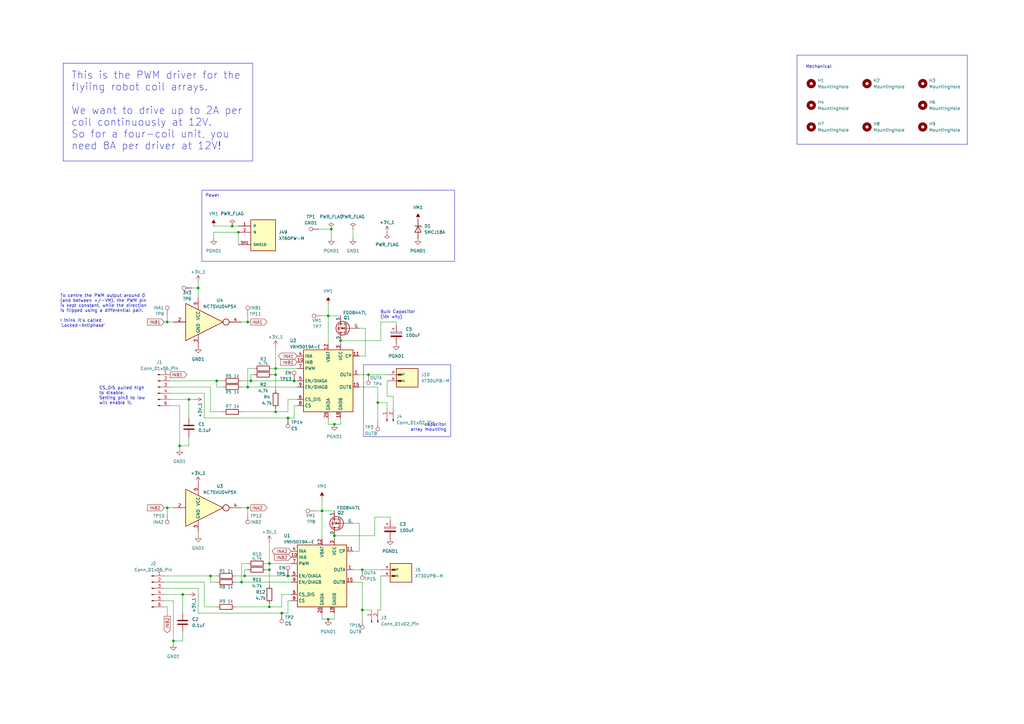
<source format=kicad_sch>
(kicad_sch (version 20250114) (generator "eeschema") (generator_version "9.0")
  (paper "A3")
  (title_block (title "PWM Driver") (date "2026-02-27") (rev "0") (company "Kevin Ying - Lin Lab"))
  (lib_symbols
    (symbol "74xGxx:NC7SVU04P5X"
      (property "Reference" "U" (at -5.08 10.16 0))
      (property "Value" "NC7SVU04P5X" (at 15.24 10.16 0))
      (symbol "NC7SVU04P5X_0_1"
        (polyline (pts (xy -5.08 7.62) (xy -5.08 -7.62) (xy 10.16 0) (xy -5.08 7.62)) (stroke (width 0.254)) (fill (type background)))
        (circle (center 11.43 0) (radius 1.27) (stroke (width 0.254)))
      )
      (symbol "NC7SVU04P5X_1_1"
        (pin input line (at -10.16 0 0) (length 5.08) (name "~") (number "2"))
        (pin power_in line (at 0 10.16 270) (length 5.08) (name "VCC") (number "5"))
        (pin power_in line (at 0 -10.16 90) (length 5.08) (name "GND") (number "3"))
        (pin no_connect line (at 10.16 0 180) (length 5.08) (hide yes) (name "NC") (number "1"))
        (pin output line (at 17.78 0 180) (length 5.08) (name "~") (number "4"))
      )
    )
    (symbol "Connector:Conn_01x02_Pin" (pin_names (offset 1.016) (hide yes))
      (property "Reference" "J" (at 0 2.54 0))
      (property "Value" "Conn_01x02_Pin" (at 0 -5.08 0))
      (symbol "Conn_01x02_Pin_1_1"
        (rectangle (start 0.8636 0.127) (end 0 -0.127) (stroke (width 0.1524)) (fill (type outline)))
        (rectangle (start 0.8636 -2.413) (end 0 -2.667) (stroke (width 0.1524)) (fill (type outline)))
        (polyline (pts (xy 1.27 0) (xy 0.8636 0)) (stroke (width 0.1524)))
        (polyline (pts (xy 1.27 -2.54) (xy 0.8636 -2.54)) (stroke (width 0.1524)))
        (pin passive line (at 5.08 0 180) (length 3.81) (name "Pin_1") (number "1"))
        (pin passive line (at 5.08 -2.54 180) (length 3.81) (name "Pin_2") (number "2"))
      )
    )
    (symbol "Connector:Conn_01x06_Pin" (pin_names (offset 1.016) (hide yes))
      (property "Reference" "J" (at 0 7.62 0))
      (property "Value" "Conn_01x06_Pin" (at 0 -10.16 0))
      (symbol "Conn_01x06_Pin_1_1"
        (rectangle (start 0.8636 5.207) (end 0 4.953) (stroke (width 0.1524)) (fill (type outline)))
        (rectangle (start 0.8636 2.667) (end 0 2.413) (stroke (width 0.1524)) (fill (type outline)))
        (rectangle (start 0.8636 0.127) (end 0 -0.127) (stroke (width 0.1524)) (fill (type outline)))
        (rectangle (start 0.8636 -2.413) (end 0 -2.667) (stroke (width 0.1524)) (fill (type outline)))
        (rectangle (start 0.8636 -4.953) (end 0 -5.207) (stroke (width 0.1524)) (fill (type outline)))
        (rectangle (start 0.8636 -7.493) (end 0 -7.747) (stroke (width 0.1524)) (fill (type outline)))
        (polyline (pts (xy 1.27 5.08) (xy 0.8636 5.08)) (stroke (width 0.1524)))
        (polyline (pts (xy 1.27 2.54) (xy 0.8636 2.54)) (stroke (width 0.1524)))
        (polyline (pts (xy 1.27 0) (xy 0.8636 0)) (stroke (width 0.1524)))
        (polyline (pts (xy 1.27 -2.54) (xy 0.8636 -2.54)) (stroke (width 0.1524)))
        (polyline (pts (xy 1.27 -5.08) (xy 0.8636 -5.08)) (stroke (width 0.1524)))
        (polyline (pts (xy 1.27 -7.62) (xy 0.8636 -7.62)) (stroke (width 0.1524)))
        (pin passive line (at 5.08 5.08 180) (length 3.81) (name "Pin_1") (number "1"))
        (pin passive line (at 5.08 2.54 180) (length 3.81) (name "Pin_2") (number "2"))
        (pin passive line (at 5.08 0 180) (length 3.81) (name "Pin_3") (number "3"))
        (pin passive line (at 5.08 -2.54 180) (length 3.81) (name "Pin_4") (number "4"))
        (pin passive line (at 5.08 -5.08 180) (length 3.81) (name "Pin_5") (number "5"))
        (pin passive line (at 5.08 -7.62 180) (length 3.81) (name "Pin_6") (number "6"))
      )
    )
    (symbol "Connector:TestPoint" (pin_numbers (hide yes)) (pin_names (offset 0.762) (hide yes))
      (property "Reference" "TP" (at 0 6.858 0))
      (property "Value" "TestPoint" (at 0 5.08 0))
      (symbol "TestPoint_0_1"
        (circle (center 0 3.302) (radius 0.762))
      )
      (symbol "TestPoint_1_1"
        (pin passive line (at 0 0 90) (length 2.54) (name "1") (number "1"))
      )
    )
    (symbol "Device:C" (pin_numbers (hide yes)) (pin_names (offset 0.254))
      (property "Reference" "C" (at 0.635 2.54 0))
      (property "Value" "C" (at 0.635 -2.54 0))
      (symbol "C_0_1"
        (polyline (pts (xy -2.032 0.762) (xy 2.032 0.762)) (stroke (width 0.508)))
        (polyline (pts (xy -2.032 -0.762) (xy 2.032 -0.762)) (stroke (width 0.508)))
      )
      (symbol "C_1_1"
        (pin passive line (at 0 3.81 270) (length 2.794) (name "~") (number "1"))
        (pin passive line (at 0 -3.81 90) (length 2.794) (name "~") (number "2"))
      )
    )
    (symbol "Device:C_Polarized" (pin_numbers (hide yes)) (pin_names (offset 0.254))
      (property "Reference" "C" (at 0.635 2.54 0))
      (property "Value" "C_Polarized" (at 0.635 -2.54 0))
      (symbol "C_Polarized_0_1"
        (rectangle (start -2.286 0.508) (end 2.286 1.016))
        (polyline (pts (xy -1.778 2.286) (xy -0.762 2.286)))
        (polyline (pts (xy -1.27 2.794) (xy -1.27 1.778)))
        (rectangle (start 2.286 -0.508) (end -2.286 -1.016) (fill (type outline)))
      )
      (symbol "C_Polarized_1_1"
        (pin passive line (at 0 3.81 270) (length 2.794) (name "~") (number "1"))
        (pin passive line (at 0 -3.81 90) (length 2.794) (name "~") (number "2"))
      )
    )
    (symbol "Device:D_Zener" (pin_numbers (hide yes)) (pin_names (offset 1.016) (hide yes))
      (property "Reference" "D" (at 0 2.54 0))
      (property "Value" "D_Zener" (at 0 -2.54 0))
      (symbol "D_Zener_0_1"
        (polyline (pts (xy -1.27 -1.27) (xy -1.27 1.27) (xy -0.762 1.27)) (stroke (width 0.254)))
        (polyline (pts (xy 1.27 0) (xy -1.27 0)))
        (polyline (pts (xy 1.27 -1.27) (xy 1.27 1.27) (xy -1.27 0) (xy 1.27 -1.27)) (stroke (width 0.254)))
      )
      (symbol "D_Zener_1_1"
        (pin passive line (at -3.81 0 0) (length 2.54) (name "K") (number "1"))
        (pin passive line (at 3.81 0 180) (length 2.54) (name "A") (number "2"))
      )
    )
    (symbol "Device:R" (pin_numbers (hide yes)) (pin_names (offset 0))
      (property "Reference" "R" (at 2.032 0 90))
      (property "Value" "R" (at 0 0 90))
      (symbol "R_0_1"
        (rectangle (start -1.016 -2.54) (end 1.016 2.54) (stroke (width 0.254)))
      )
      (symbol "R_1_1"
        (pin passive line (at 0 3.81 270) (length 1.27) (name "~") (number "1"))
        (pin passive line (at 0 -3.81 90) (length 1.27) (name "~") (number "2"))
      )
    )
    (symbol "Driver_Motor:VNH5019A-E"
      (property "Reference" "U" (at -7.62 13.97 0))
      (property "Value" "VNH5019A-E" (at 12.7 13.97 0))
      (symbol "VNH5019A-E_0_1"
        (rectangle (start -10.16 12.7) (end 10.16 -12.7) (stroke (width 0.254)) (fill (type background)))
      )
      (symbol "VNH5019A-E_1_1"
        (pin input line (at -12.7 10.16 0) (length 2.54) (name "INA") (number "4"))
        (pin input line (at -12.7 7.62 0) (length 2.54) (name "INB") (number "10"))
        (pin input line (at -12.7 5.08 0) (length 2.54) (name "PWM") (number "7"))
        (pin open_collector line (at -12.7 0 0) (length 2.54) (name "EN/DIAGA") (number "5"))
        (pin open_collector line (at -12.7 -2.54 0) (length 2.54) (name "EN/DIAGB") (number "9"))
        (pin input line (at -12.7 -7.62 0) (length 2.54) (name "CS_DIS") (number "6"))
        (pin output line (at -12.7 -10.16 0) (length 2.54) (name "CS") (number "8"))
        (pin power_in line (at 0 15.24 270) (length 2.54) (name "VBAT") (number "12"))
        (pin power_in line (at 0 -15.24 90) (length 2.54) (name "GNDA") (number "26"))
        (pin passive line (at 0 -15.24 90) (length 2.54) (hide yes) (name "GNDA") (number "27"))
        (pin passive line (at 0 -15.24 90) (length 2.54) (hide yes) (name "GNDA") (number "28"))
        (pin passive line (at 5.08 15.24 270) (length 2.54) (hide yes) (name "VCC") (number "13"))
        (pin passive line (at 5.08 15.24 270) (length 2.54) (hide yes) (name "VCC") (number "23"))
        (pin power_in line (at 5.08 15.24 270) (length 2.54) (name "VCC") (number "3"))
        (pin passive line (at 5.08 15.24 270) (length 2.54) (hide yes) (name "VCC") (number "31"))
        (pin power_in line (at 5.08 -15.24 90) (length 2.54) (name "GNDB") (number "18"))
        (pin passive line (at 5.08 -15.24 90) (length 2.54) (hide yes) (name "GNDB") (number "19"))
        (pin passive line (at 5.08 -15.24 90) (length 2.54) (hide yes) (name "GNDB") (number "20"))
        (pin no_connect line (at 10.16 7.62 180) (length 2.54) (hide yes) (name "NC") (number "29"))
        (pin no_connect line (at 10.16 5.08 180) (length 2.54) (hide yes) (name "NC") (number "24"))
        (pin no_connect line (at 10.16 0 180) (length 2.54) (hide yes) (name "NC") (number "22"))
        (pin no_connect line (at 10.16 -5.08 180) (length 2.54) (hide yes) (name "NC") (number "17"))
        (pin no_connect line (at 10.16 -7.62 180) (length 2.54) (hide yes) (name "NC") (number "2"))
        (pin no_connect line (at 10.16 -10.16 180) (length 2.54) (hide yes) (name "NC") (number "14"))
        (pin output line (at 12.7 10.16 180) (length 2.54) (name "CP") (number "11"))
        (pin output line (at 12.7 2.54 180) (length 2.54) (name "OUTA") (number "1"))
        (pin passive line (at 12.7 2.54 180) (length 2.54) (hide yes) (name "OUTA") (number "25"))
        (pin passive line (at 12.7 2.54 180) (length 2.54) (hide yes) (name "OUTA") (number "30"))
        (pin passive line (at 12.7 2.54 180) (length 2.54) (hide yes) (name "OUTA") (number "33"))
        (pin output line (at 12.7 -2.54 180) (length 2.54) (name "OUTB") (number "15"))
        (pin passive line (at 12.7 -2.54 180) (length 2.54) (hide yes) (name "OUTB") (number "16"))
        (pin passive line (at 12.7 -2.54 180) (length 2.54) (hide yes) (name "OUTB") (number "21"))
        (pin passive line (at 12.7 -2.54 180) (length 2.54) (hide yes) (name "OUTB") (number "32"))
      )
    )
    (symbol "Mechanical:MountingHole" (pin_names (offset 1.016)) (in_bom no)
      (property "Reference" "H" (at 0 5.08 0))
      (property "Value" "MountingHole" (at 0 3.175 0))
      (symbol "MountingHole_0_1"
        (circle (center 0 0) (radius 1.27) (stroke (width 1.27)))
      )
    )
    (symbol "NMOS_1" (pin_numbers (hide yes)) (pin_names (offset 0))
      (property "Reference" "Q1" (at 0 -4.318 0))
      (property "Value" "FDD8447L" (at -3.302 -6.35 0))
      (symbol "NMOS_1_0_1"
        (polyline (pts (xy 0.254 1.905) (xy 0.254 -1.905)) (stroke (width 0.254)))
        (polyline (pts (xy 0.254 0) (xy -2.54 0)))
        (polyline (pts (xy 0.762 2.286) (xy 0.762 1.27)) (stroke (width 0.254)))
        (polyline (pts (xy 0.762 0.508) (xy 0.762 -0.508)) (stroke (width 0.254)))
        (polyline (pts (xy 0.762 -1.27) (xy 0.762 -2.286)) (stroke (width 0.254)))
        (polyline (pts (xy 0.762 -1.778) (xy 3.302 -1.778) (xy 3.302 1.778) (xy 0.762 1.778)))
        (polyline (pts (xy 1.016 0) (xy 2.032 0.381) (xy 2.032 -0.381) (xy 1.016 0)) (fill (type outline)))
        (circle (center 1.651 0) (radius 2.794) (stroke (width 0.254)))
        (polyline (pts (xy 2.54 2.54) (xy 2.54 1.778)))
        (circle (center 2.54 1.778) (radius 0.254) (fill (type outline)))
        (circle (center 2.54 -1.778) (radius 0.254) (fill (type outline)))
        (polyline (pts (xy 2.54 -2.54) (xy 2.54 0) (xy 0.762 0)))
        (polyline (pts (xy 2.794 0.508) (xy 2.921 0.381) (xy 3.683 0.381) (xy 3.81 0.254)))
        (polyline (pts (xy 3.302 0.381) (xy 2.921 -0.254) (xy 3.683 -0.254) (xy 3.302 0.381)))
      )
      (symbol "NMOS_1_1_1"
        (pin input line (at -5.08 0 0) (length 2.54) (name "G") (number "1"))
        (pin passive line (at 2.54 5.08 270) (length 2.54) (name "D") (number "2"))
        (pin passive line (at 2.54 -5.08 90) (length 2.54) (name "S") (number "3"))
      )
    )
    (symbol "XT30UPB-M:XT30UPB-M" (pin_names (offset 1.016))
      (property "Reference" "J" (at -3.81 3.81 0))
      (property "Value" "XT30UPB-M" (at -4.064 -7.874 0))
      (symbol "XT30UPB-M_0_0"
        (rectangle (start -3.81 -5.08) (end 5.08 2.54) (stroke (width 0.254)) (fill (type background)))
        (rectangle (start -3.175 -0.3175) (end -1.5875 0.3175) (stroke (width 0.1)) (fill (type outline)))
        (rectangle (start -3.175 -2.8575) (end -1.5875 -2.2225) (stroke (width 0.1)) (fill (type outline)))
        (pin passive line (at -7.62 0 0) (length 5.08) (name "P") (number "P"))
        (pin passive line (at -7.62 -2.54 0) (length 5.08) (name "N") (number "N"))
      )
    )
    (symbol "XT60PW-M:XT60PW-M" (pin_names (offset 1.016))
      (property "Reference" "J" (at -5.08 5.7234 0))
      (property "Value" "XT60PW-M" (at -5.08 -10.1723 0))
      (symbol "XT60PW-M_0_0"
        (rectangle (start -5.08 -7.62) (end 5.08 5.08) (stroke (width 0.254)) (fill (type background)))
        (pin passive line (at -10.16 2.54 0) (length 5.08) (name "P") (number "1"))
        (pin passive line (at -10.16 0 0) (length 5.08) (name "N") (number "2"))
        (pin passive line (at -10.16 -5.08 0) (length 5.08) (name "SHIELD") (number "SH1"))
        (pin passive line (at -10.16 -5.08 0) (length 5.08) (hide yes) (name "SHIELD") (number "SH2"))
      )
    )
    (symbol "power:+3V3" (power) (pin_numbers (hide yes)) (pin_names (offset 0) (hide yes))
      (property "Value" "+3V3" (at 0 3.556 0))
      (symbol "+3V3_0_1"
        (polyline (pts (xy -0.762 1.27) (xy 0 2.54)))
        (polyline (pts (xy 0 2.54) (xy 0.762 1.27)))
        (polyline (pts (xy 0 0) (xy 0 2.54)))
      )
      (symbol "+3V3_1_1"
        (pin power_in line (at 0 0 90) (length 0) (name "~") (number "1"))
      )
    )
    (symbol "power:-48V" (power) (pin_numbers (hide yes)) (pin_names (offset 0) (hide yes))
      (property "Value" "-48V" (at 0 3.556 0))
      (symbol "-48V_0_0"
        (pin power_in line (at 0 0 90) (length 0) (name "~") (number "1"))
      )
      (symbol "-48V_0_1"
        (polyline (pts (xy 0 0) (xy 0 1.27) (xy 0.762 1.27) (xy 0 2.54) (xy -0.762 1.27) (xy 0 1.27)) (fill (type outline)))
      )
    )
    (symbol "power:GND" (power) (pin_numbers (hide yes)) (pin_names (offset 0) (hide yes))
      (property "Value" "GND" (at 0 -3.81 0))
      (symbol "GND_0_1"
        (polyline (pts (xy 0 0) (xy 0 -1.27) (xy 1.27 -1.27) (xy 0 -2.54) (xy -1.27 -1.27) (xy 0 -1.27)))
      )
      (symbol "GND_1_1"
        (pin power_in line (at 0 0 270) (length 0) (name "~") (number "1"))
      )
    )
    (symbol "power:PWR_FLAG" (power) (pin_numbers (hide yes)) (pin_names (offset 0) (hide yes))
      (property "Value" "PWR_FLAG" (at 0 3.81 0))
      (symbol "PWR_FLAG_0_0"
        (pin power_out line (at 0 0 90) (length 0) (name "~") (number "1"))
      )
      (symbol "PWR_FLAG_0_1"
        (polyline (pts (xy 0 0) (xy 0 1.27) (xy -1.016 1.905) (xy 0 2.54) (xy 1.016 1.905) (xy 0 1.27)))
      )
    )
  )
  (rectangle (start 25.908 25.908) (end 103.632 66.04))
  (rectangle (start 149.098 149.606) (end 184.912 179.07))
  (rectangle (start 82.804 77.978) (end 186.436 107.188))
  (rectangle (start 326.898 22.606) (end 396.748 59.182))
  (text "CS_DIS pulled high \nto disable. \nSetting pin3 to low \nwill enable it." (at 40.64 162.306 0) (effects (font (size 1.27 1.27)) (justify left)))
  (text "Bulk Capacitor\n(idk why)" (at 155.956 129.032 0) (effects (font (size 1.27 1.27)) (justify left)))
  (text "To centre the PWM output around 0 \n(and between +/-VM), the PWM pin \nis kept constant, while the direction \nis flipped using a differential pair.\n\nI think it's called \n'Locked-Antiphase'" (at 24.638 127.508 0) (effects (font (size 1.27 1.27)) (justify left)))
  (text "Power" (at 87.122 80.264 0) (effects (font (size 1.27 1.27))))
  (text "capacitor\narray mounting" (at 183.134 175.26 0) (effects (font (size 1.27 1.27)) (justify right)))
  (text "Mechanical" (at 335.788 27.432 0) (effects (font (size 1.27 1.27))))
  (text "This is the PWM driver for the \nflyiing robot coil arrays.\n\nWe want to drive up to 2A per \ncoil continuously at 12V.\nSo for a four-coil unit, you \nneed 8A per driver at 12V!" (at 29.21 45.466 0) (effects (font (size 3 3)) (justify left)))
  (junction (at 139.7 139.7))
  (junction (at 74.93 243.84))
  (junction (at 100.33 236.22))
  (junction (at 97.79 95.25))
  (junction (at 73.66 182.88))
  (junction (at 137.16 173.99))
  (junction (at 95.25 92.71))
  (junction (at 101.6 132.08))
  (junction (at 120.65 156.21))
  (junction (at 115.57 251.46))
  (junction (at 134.62 254))
  (junction (at 101.6 158.75))
  (junction (at 68.58 132.08))
  (junction (at 110.49 248.92))
  (junction (at 71.12 262.89))
  (junction (at 77.47 163.83))
  (junction (at 118.11 171.45))
  (junction (at 68.58 208.28))
  (junction (at 113.03 151.13))
  (junction (at 99.06 238.76))
  (junction (at 132.08 209.55))
  (junction (at 148.59 233.68))
  (junction (at 81.28 118.11))
  (junction (at 151.13 153.67))
  (junction (at 113.03 153.67))
  (junction (at 110.49 233.68))
  (junction (at 135.89 93.98))
  (junction (at 137.16 219.71))
  (junction (at 86.36 236.22))
  (junction (at 118.11 236.22))
  (junction (at 110.49 231.14))
  (junction (at 113.03 168.91))
  (junction (at 101.6 208.28))
  (junction (at 148.59 250.19))
  (junction (at 154.94 165.1))
  (junction (at 102.87 156.21))
  (junction (at 88.9 156.21))
  (junction (at 134.62 129.54))
  (wire (pts (xy 158.75 165.1) (xy 154.94 165.1)))
  (wire (pts (xy 99.06 231.14) (xy 99.06 238.76)))
  (wire (pts (xy 100.33 236.22) (xy 118.11 236.22)))
  (wire (pts (xy 87.63 97.79) (xy 87.63 95.25)))
  (wire (pts (xy 69.85 163.83) (xy 77.47 163.83)))
  (wire (pts (xy 160.02 212.09) (xy 160.02 213.36)))
  (wire (pts (xy 120.65 156.21) (xy 121.92 156.21)))
  (wire (pts (xy 111.76 153.67) (xy 113.03 153.67)))
  (wire (pts (xy 101.6 208.28) (xy 99.06 208.28)))
  (wire (pts (xy 68.58 208.28) (xy 68.58 210.82)))
  (wire (pts (xy 81.28 219.71) (xy 81.28 218.44)))
  (wire (pts (xy 91.44 158.75) (xy 88.9 158.75)))
  (wire (pts (xy 113.03 153.67) (xy 113.03 151.13)))
  (wire (pts (xy 109.22 231.14) (xy 110.49 231.14)))
  (wire (pts (xy 104.14 151.13) (xy 101.6 151.13)))
  (wire (pts (xy 77.47 163.83) (xy 77.47 171.45)))
  (wire (pts (xy 77.47 163.83) (xy 80.01 163.83)))
  (wire (pts (xy 137.16 219.71) (xy 137.16 220.98)))
  (wire (pts (xy 96.52 238.76) (xy 99.06 238.76)))
  (wire (pts (xy 158.75 167.64) (xy 158.75 165.1)))
  (wire (pts (xy 101.6 231.14) (xy 99.06 231.14)))
  (wire (pts (xy 67.31 243.84) (xy 74.93 243.84)))
  (wire (pts (xy 99.06 156.21) (xy 102.87 156.21)))
  (wire (pts (xy 68.58 248.92) (xy 68.58 252.73)))
  (wire (pts (xy 139.7 139.7) (xy 156.21 139.7)))
  (wire (pts (xy 118.11 251.46) (xy 115.57 251.46)))
  (wire (pts (xy 147.32 226.06) (xy 144.78 226.06)))
  (wire (pts (xy 156.21 139.7) (xy 156.21 132.08)))
  (wire (pts (xy 162.56 132.08) (xy 162.56 133.35)))
  (wire (pts (xy 134.62 171.45) (xy 134.62 173.99)))
  (wire (pts (xy 71.12 262.89) (xy 71.12 264.16)))
  (wire (pts (xy 96.52 236.22) (xy 100.33 236.22)))
  (wire (pts (xy 100.33 233.68) (xy 101.6 233.68)))
  (wire (pts (xy 91.44 156.21) (xy 88.9 156.21)))
  (wire (pts (xy 144.78 233.68) (xy 148.59 233.68)))
  (wire (pts (xy 67.31 208.28) (xy 68.58 208.28)))
  (wire (pts (xy 74.93 262.89) (xy 71.12 262.89)))
  (wire (pts (xy 121.92 163.83) (xy 118.11 163.83)))
  (wire (pts (xy 115.57 251.46) (xy 81.28 251.46)))
  (wire (pts (xy 118.11 246.38) (xy 118.11 251.46)))
  (wire (pts (xy 68.58 208.28) (xy 71.12 208.28)))
  (wire (pts (xy 74.93 243.84) (xy 77.47 243.84)))
  (wire (pts (xy 148.59 233.68) (xy 156.21 233.68)))
  (wire (pts (xy 71.12 246.38) (xy 71.12 262.89)))
  (wire (pts (xy 132.08 254) (xy 134.62 254)))
  (wire (pts (xy 135.89 97.79) (xy 135.89 93.98)))
  (wire (pts (xy 134.62 129.54) (xy 134.62 140.97)))
  (wire (pts (xy 99.06 168.91) (xy 113.03 168.91)))
  (wire (pts (xy 115.57 248.92) (xy 110.49 248.92)))
  (wire (pts (xy 147.32 153.67) (xy 151.13 153.67)))
  (wire (pts (xy 148.59 250.19) (xy 148.59 254)))
  (wire (pts (xy 88.9 238.76) (xy 86.36 238.76)))
  (wire (pts (xy 132.08 209.55) (xy 137.16 209.55)))
  (wire (pts (xy 149.86 146.05) (xy 147.32 146.05)))
  (wire (pts (xy 67.31 236.22) (xy 86.36 236.22)))
  (wire (pts (xy 77.47 182.88) (xy 73.66 182.88)))
  (wire (pts (xy 69.85 156.21) (xy 88.9 156.21)))
  (wire (pts (xy 86.36 158.75) (xy 86.36 168.91)))
  (wire (pts (xy 147.32 214.63) (xy 147.32 226.06)))
  (wire (pts (xy 113.03 153.67) (xy 113.03 160.02)))
  (wire (pts (xy 69.85 166.37) (xy 73.66 166.37)))
  (wire (pts (xy 78.74 118.11) (xy 81.28 118.11)))
  (wire (pts (xy 83.82 161.29) (xy 83.82 171.45)))
  (wire (pts (xy 73.66 182.88) (xy 73.66 184.15)))
  (wire (pts (xy 73.66 166.37) (xy 73.66 182.88)))
  (wire (pts (xy 102.87 153.67) (xy 104.14 153.67)))
  (wire (pts (xy 149.86 134.62) (xy 149.86 146.05)))
  (wire (pts (xy 101.6 129.54) (xy 101.6 132.08)))
  (wire (pts (xy 137.16 251.46) (xy 137.16 254)))
  (wire (pts (xy 132.08 251.46) (xy 132.08 254)))
  (wire (pts (xy 68.58 132.08) (xy 71.12 132.08)))
  (wire (pts (xy 153.67 212.09) (xy 160.02 212.09)))
  (wire (pts (xy 87.63 95.25) (xy 97.79 95.25)))
  (wire (pts (xy 74.93 243.84) (xy 74.93 251.46)))
  (wire (pts (xy 110.49 248.92) (xy 110.49 247.65)))
  (wire (pts (xy 101.6 151.13) (xy 101.6 158.75)))
  (wire (pts (xy 110.49 233.68) (xy 110.49 231.14)))
  (wire (pts (xy 132.08 129.54) (xy 134.62 129.54)))
  (wire (pts (xy 109.22 233.68) (xy 110.49 233.68)))
  (wire (pts (xy 119.38 243.84) (xy 115.57 243.84)))
  (wire (pts (xy 113.03 151.13) (xy 113.03 142.24)))
  (wire (pts (xy 67.31 248.92) (xy 68.58 248.92)))
  (wire (pts (xy 134.62 129.54) (xy 139.7 129.54)))
  (wire (pts (xy 147.32 158.75) (xy 154.94 158.75)))
  (wire (pts (xy 101.6 208.28) (xy 101.6 210.82)))
  (wire (pts (xy 144.78 238.76) (xy 148.59 238.76)))
  (wire (pts (xy 144.78 214.63) (xy 147.32 214.63)))
  (wire (pts (xy 120.65 166.37) (xy 120.65 171.45)))
  (wire (pts (xy 129.54 209.55) (xy 132.08 209.55)))
  (wire (pts (xy 151.13 153.67) (xy 158.75 153.67)))
  (wire (pts (xy 99.06 158.75) (xy 101.6 158.75)))
  (wire (pts (xy 161.29 162.56) (xy 161.29 167.64)))
  (wire (pts (xy 118.11 236.22) (xy 119.38 236.22)))
  (wire (pts (xy 102.87 156.21) (xy 120.65 156.21)))
  (wire (pts (xy 137.16 219.71) (xy 153.67 219.71)))
  (wire (pts (xy 67.31 246.38) (xy 71.12 246.38)))
  (wire (pts (xy 156.21 250.19) (xy 154.94 250.19)))
  (wire (pts (xy 134.62 254) (xy 137.16 254)))
  (wire (pts (xy 158.75 162.56) (xy 161.29 162.56)))
  (wire (pts (xy 154.94 165.1) (xy 154.94 172.72)))
  (wire (pts (xy 86.36 168.91) (xy 91.44 168.91)))
  (wire (pts (xy 87.63 92.71) (xy 95.25 92.71)))
  (wire (pts (xy 74.93 259.08) (xy 74.93 262.89)))
  (wire (pts (xy 156.21 132.08) (xy 162.56 132.08)))
  (wire (pts (xy 101.6 132.08) (xy 99.06 132.08)))
  (wire (pts (xy 132.08 209.55) (xy 132.08 220.98)))
  (wire (pts (xy 139.7 171.45) (xy 139.7 173.99)))
  (wire (pts (xy 83.82 161.29) (xy 69.85 161.29)))
  (wire (pts (xy 81.28 115.57) (xy 81.28 118.11)))
  (wire (pts (xy 110.49 233.68) (xy 110.49 240.03)))
  (wire (pts (xy 102.87 208.28) (xy 101.6 208.28)))
  (wire (pts (xy 81.28 241.3) (xy 81.28 251.46)))
  (wire (pts (xy 115.57 243.84) (xy 115.57 248.92)))
  (wire (pts (xy 102.87 132.08) (xy 101.6 132.08)))
  (wire (pts (xy 102.87 153.67) (xy 102.87 156.21)))
  (wire (pts (xy 68.58 129.54) (xy 68.58 132.08)))
  (wire (pts (xy 144.78 93.98) (xy 144.78 97.79)))
  (wire (pts (xy 132.08 204.47) (xy 132.08 209.55)))
  (wire (pts (xy 139.7 139.7) (xy 139.7 140.97)))
  (wire (pts (xy 83.82 238.76) (xy 83.82 248.92)))
  (wire (pts (xy 148.59 250.19) (xy 152.4 250.19)))
  (wire (pts (xy 118.11 163.83) (xy 118.11 168.91)))
  (wire (pts (xy 81.28 241.3) (xy 67.31 241.3)))
  (wire (pts (xy 148.59 238.76) (xy 148.59 250.19)))
  (wire (pts (xy 147.32 134.62) (xy 149.86 134.62)))
  (wire (pts (xy 67.31 238.76) (xy 83.82 238.76)))
  (wire (pts (xy 118.11 171.45) (xy 83.82 171.45)))
  (wire (pts (xy 101.6 158.75) (xy 121.92 158.75)))
  (wire (pts (xy 130.81 93.98) (xy 135.89 93.98)))
  (wire (pts (xy 134.62 173.99) (xy 137.16 173.99)))
  (wire (pts (xy 134.62 124.46) (xy 134.62 129.54)))
  (wire (pts (xy 120.65 166.37) (xy 121.92 166.37)))
  (wire (pts (xy 111.76 151.13) (xy 113.03 151.13)))
  (wire (pts (xy 95.25 92.71) (xy 97.79 92.71)))
  (wire (pts (xy 118.11 246.38) (xy 119.38 246.38)))
  (wire (pts (xy 67.31 132.08) (xy 68.58 132.08)))
  (wire (pts (xy 156.21 236.22) (xy 156.21 250.19)))
  (wire (pts (xy 118.11 168.91) (xy 113.03 168.91)))
  (wire (pts (xy 88.9 158.75) (xy 88.9 156.21)))
  (wire (pts (xy 110.49 231.14) (xy 119.38 231.14)))
  (wire (pts (xy 81.28 118.11) (xy 81.28 121.92)))
  (wire (pts (xy 77.47 179.07) (xy 77.47 182.88)))
  (wire (pts (xy 69.85 158.75) (xy 86.36 158.75)))
  (wire (pts (xy 158.75 156.21) (xy 158.75 162.56)))
  (wire (pts (xy 83.82 248.92) (xy 88.9 248.92)))
  (wire (pts (xy 137.16 173.99) (xy 139.7 173.99)))
  (wire (pts (xy 88.9 236.22) (xy 86.36 236.22)))
  (wire (pts (xy 86.36 238.76) (xy 86.36 236.22)))
  (wire (pts (xy 110.49 231.14) (xy 110.49 222.25)))
  (wire (pts (xy 97.79 95.25) (xy 97.79 100.33)))
  (wire (pts (xy 99.06 238.76) (xy 119.38 238.76)))
  (wire (pts (xy 153.67 219.71) (xy 153.67 212.09)))
  (wire (pts (xy 113.03 168.91) (xy 113.03 167.64)))
  (wire (pts (xy 96.52 248.92) (xy 110.49 248.92)))
  (wire (pts (xy 113.03 151.13) (xy 121.92 151.13)))
  (wire (pts (xy 120.65 171.45) (xy 118.11 171.45)))
  (wire (pts (xy 154.94 158.75) (xy 154.94 165.1)))
  (wire (pts (xy 100.33 233.68) (xy 100.33 236.22)))
  (global_label "INA2" (shape bidirectional) (at 119.38 226.06 180) (property "Intersheetrefs" "${INTERSHEET_REFS}" (effects (hide yes))))
  (global_label "INB2" (shape input) (at 119.38 228.6 180) (property "Intersheetrefs" "${INTERSHEET_REFS}" (effects (hide yes))))
  (global_label "INA1" (shape bidirectional) (at 121.92 146.05 180) (property "Intersheetrefs" "${INTERSHEET_REFS}" (effects (hide yes))))
  (global_label "INB1" (shape input) (at 67.31 132.08 180) (property "Intersheetrefs" "${INTERSHEET_REFS}" (effects (hide yes))))
  (global_label "INB1" (shape input) (at 121.92 148.59 180) (property "Intersheetrefs" "${INTERSHEET_REFS}" (effects (hide yes))))
  (global_label "INB2" (shape input) (at 67.31 208.28 180) (property "Intersheetrefs" "${INTERSHEET_REFS}" (effects (hide yes))))
  (global_label "INA1" (shape output) (at 102.87 132.08 0) (property "Intersheetrefs" "${INTERSHEET_REFS}" (effects (hide yes))))
  (global_label "INB1" (shape output) (at 69.85 153.67 0) (property "Intersheetrefs" "${INTERSHEET_REFS}" (effects (hide yes))))
  (global_label "INA2" (shape output) (at 102.87 208.28 0) (property "Intersheetrefs" "${INTERSHEET_REFS}" (effects (hide yes))))
  (global_label "INB2" (shape output) (at 68.58 252.73 270) (property "Intersheetrefs" "${INTERSHEET_REFS}" (effects (hide yes))))
  (symbol (lib_id "power:GND") (at 137.16 173.99 0) (unit 1)
    (property "Reference" "#PWR019" (effects (hide yes)))
    (property "Value" "PGND1" (at 137.16 179.07 0))
    (property "Description" "Power symbol creates a global label with name \"GND\" , ground" (effects (hide yes)))
  )
  (symbol (lib_id "Mechanical:MountingHole") (at 355.6 34.29 0) (unit 1) (in_bom no)
    (property "Reference" "H2" (at 358.14 33.0199 0) (effects (justify left)))
    (property "Value" "MountingHole" (at 358.14 35.5599 0) (effects (justify left)))
    (property "Footprint" "MountingHole:MountingHole_3.2mm_M3" (effects (hide yes)))
    (property "Description" "Mounting Hole without connection" (effects (hide yes)))
  )
  (symbol (lib_id "power:GND") (at 81.28 219.71 0) (unit 1)
    (property "Reference" "#PWR015" (effects (hide yes)))
    (property "Value" "GND1" (at 81.28 224.79 0))
    (property "Description" "Power symbol creates a global label with name \"GND\" , ground" (effects (hide yes)))
  )
  (symbol (lib_id "Device:R") (at 95.25 158.75 90) (unit 1)
    (property "Reference" "R5" (at 93.726 160.782 90))
    (property "Value" "1k" (at 97.028 160.782 90))
    (property "Footprint" "Resistor_SMD:R_0805_2012Metric_Pad1.20x1.40mm_HandSolder" (effects (hide yes)))
    (property "Description" "Resistor" (effects (hide yes)))
  )
  (symbol (lib_id "Device:R") (at 105.41 231.14 90) (unit 1)
    (property "Reference" "R10" (at 105.41 227.33 90))
    (property "Value" "4.7k" (at 105.41 229.108 90))
    (property "Footprint" "Resistor_SMD:R_0805_2012Metric_Pad1.20x1.40mm_HandSolder" (effects (hide yes)))
    (property "Description" "Resistor" (effects (hide yes)))
  )
  (symbol (lib_id "Connector:TestPoint") (at 101.6 129.54 0) (unit 1)
    (property "Reference" "TP11" (at 107.188 128.778 0) (effects (justify right)))
    (property "Value" "INB1" (at 107.188 126.238 0) (effects (justify right)))
    (property "Footprint" "TestPoint:TestPoint_Loop_D1.80mm_Drill1.0mm_Beaded" (effects (hide yes)))
    (property "Description" "test point" (effects (hide yes)))
  )
  (symbol (lib_id "power:GND") (at 81.28 142.24 0) (unit 1)
    (property "Reference" "#PWR05" (effects (hide yes)))
    (property "Value" "GND1" (at 81.28 147.32 0))
    (property "Description" "Power symbol creates a global label with name \"GND\" , ground" (effects (hide yes)))
  )
  (symbol (lib_id "power:+3V3") (at 113.03 142.24 0) (unit 1)
    (property "Reference" "#PWR010" (effects (hide yes)))
    (property "Value" "+3V_1" (at 113.03 138.176 0))
    (property "Description" "Power symbol creates a global label with name \"+3V3\"" (effects (hide yes)))
  )
  (symbol (lib_id "74xGxx:NC7SVU04P5X") (at 81.28 132.08 0) (unit 1)
    (property "Reference" "U4" (at 90.17 123.19 0))
    (property "Value" "NC7SVU04P5X" (at 90.17 125.73 0))
    (property "Footprint" "Package_TO_SOT_SMD:SOT-353_SC-70-5" (effects (hide yes)))
    (property "Datasheet" "https://www.onsemi.com/pub/Collateral/NC7SVU04-D.pdf" (effects (hide yes)))
    (property "Description" "High-Speed Logic Inverter, SOT-353" (effects (hide yes)))
  )
  (symbol (lib_id "Connector:Conn_01x02_Pin") (at 152.4 255.27 90) (unit 1)
    (property "Reference" "J3" (at 156.21 253.3649 90) (effects (justify right)))
    (property "Value" "Conn_01x02_Pin" (at 156.21 255.9049 90) (effects (justify right)))
    (property "Footprint" "PinHeader_1x04_P2.54mm_Vertical.kicad_mod:matrix5x5" (effects (hide yes)))
    (property "Description" "Generic connector, single row, 01x02, script generated" (effects (hide yes)))
  )
  (symbol (lib_id "Connector:TestPoint") (at 129.54 209.55 90) (unit 1)
    (property "Reference" "TP8" (at 129.413 213.995 90) (effects (justify left)))
    (property "Value" "VM1" (at 129.413 211.455 90) (effects (justify left)))
    (property "Footprint" "TestPoint:TestPoint_Loop_D1.80mm_Drill1.0mm_Beaded" (effects (hide yes)))
    (property "Description" "test point" (effects (hide yes)))
  )
  (symbol (lib_id "power:PWR_FLAG") (at 135.89 93.98 0) (unit 1)
    (property "Reference" "#FLG02" (effects (hide yes)))
    (property "Value" "PWR_FLAG" (at 135.89 88.9 0))
    (property "Description" "Special symbol for telling ERC where power comes from" (effects (hide yes)))
  )
  (symbol (lib_id "power:-48V") (at 134.62 124.46 0) (unit 1)
    (property "Reference" "#PWR013" (effects (hide yes)))
    (property "Value" "VM1" (at 134.62 119.38 0))
    (property "Description" "Power symbol creates a global label with name \"-48V\"" (effects (hide yes)))
  )
  (symbol (lib_id "Device:C_Polarized") (at 160.02 217.17 0) (unit 1)
    (property "Reference" "C3" (at 163.83 215.0109 0) (effects (justify left)))
    (property "Value" "100uF" (at 163.83 217.5509 0) (effects (justify left)))
    (property "Footprint" "EEH-ZC1H10:CAP_EEH-ZC_10P3X10P3_PAN" (effects (hide yes)))
    (property "Description" "Polarized capacitor" (effects (hide yes)))
  )
  (symbol (lib_id "power:GND") (at 73.66 184.15 0) (unit 1)
    (property "Reference" "#PWR07" (effects (hide yes)))
    (property "Value" "GND1" (at 73.66 189.23 0))
    (property "Description" "Power symbol creates a global label with name \"GND\" , ground" (effects (hide yes)))
  )
  (symbol (lib_id "power:GND") (at 160.02 220.98 0) (unit 1)
    (property "Reference" "#PWR012" (effects (hide yes)))
    (property "Value" "PGND1" (at 160.02 226.06 0))
    (property "Description" "Power symbol creates a global label with name \"GND\" , ground" (effects (hide yes)))
  )
  (symbol (lib_id "Device:C_Polarized") (at 162.56 137.16 0) (unit 1)
    (property "Reference" "C5" (at 166.37 135.0009 0) (effects (justify left)))
    (property "Value" "100uF" (at 166.37 137.5409 0) (effects (justify left)))
    (property "Footprint" "EEH-ZC1H10:CAP_EEH-ZC_10P3X10P3_PAN" (effects (hide yes)))
    (property "Description" "Polarized capacitor" (effects (hide yes)))
  )
  (symbol (lib_id "Device:R") (at 107.95 151.13 90) (unit 1)
    (property "Reference" "R3" (at 107.95 147.32 90))
    (property "Value" "4.7k" (at 107.95 149.098 90))
    (property "Footprint" "Resistor_SMD:R_0805_2012Metric_Pad1.20x1.40mm_HandSolder" (effects (hide yes)))
    (property "Description" "Resistor" (effects (hide yes)))
  )
  (symbol (lib_id "power:-48V") (at 171.45 90.17 0) (unit 1)
    (property "Reference" "#PWR022" (effects (hide yes)))
    (property "Value" "VM1" (at 171.45 85.09 0))
    (property "Description" "Power symbol creates a global label with name \"-48V\"" (effects (hide yes)))
  )
  (symbol (lib_id "power:PWR_FLAG") (at 158.75 95.25 180) (unit 1)
    (property "Reference" "#FLG05" (effects (hide yes)))
    (property "Value" "PWR_FLAG" (at 158.75 100.33 0))
    (property "Description" "Special symbol for telling ERC where power comes from" (effects (hide yes)))
  )
  (symbol (lib_id "Connector:TestPoint") (at 120.65 156.21 0) (unit 1)
    (property "Reference" "TP13" (at 119.634 155.448 0) (effects (justify right)))
    (property "Value" "EN" (at 119.634 152.908 0) (effects (justify right)))
    (property "Footprint" "TestPoint:TestPoint_Loop_D1.80mm_Drill1.0mm_Beaded" (effects (hide yes)))
    (property "Description" "test point" (effects (hide yes)))
  )
  (symbol (lib_id "Mechanical:MountingHole") (at 332.74 52.07 0) (unit 1) (in_bom no)
    (property "Reference" "H7" (at 335.28 50.7999 0) (effects (justify left)))
    (property "Value" "MountingHole" (at 335.28 53.3399 0) (effects (justify left)))
    (property "Footprint" "MountingHole:MountingHole_3.2mm_M3" (effects (hide yes)))
    (property "Description" "Mounting Hole without connection" (effects (hide yes)))
  )
  (symbol (lib_id "power:PWR_FLAG") (at 95.25 92.71 0) (unit 1)
    (property "Reference" "#FLG01" (effects (hide yes)))
    (property "Value" "PWR_FLAG" (at 95.25 87.63 0))
    (property "Description" "Special symbol for telling ERC where power comes from" (effects (hide yes)))
  )
  (symbol (lib_id "XT30UPB-M:XT30UPB-M") (at 163.83 233.68 0) (unit 1)
    (property "Reference" "J5" (at 170.18 233.6799 0) (effects (justify left)))
    (property "Value" "XT30UPB-M" (at 170.18 236.2199 0) (effects (justify left)))
    (property "Footprint" "XT30UPB-M:AMASS_XT30UPB-M" (effects (hide yes)))
    (property "MF" "amass" (effects (hide yes)))
    (property "MAXIMUM_PACKAGE_HEIGHT" "10.7mm" (effects (hide yes)))
    (property "CREATOR" "DIZAR" (effects (hide yes)))
    (property "Price" "None" (effects (hide yes)))
    (property "Package" "None" (effects (hide yes)))
    (property "Check_prices" "https://www.snapeda.com/parts/XT30UPB-M/AMASS/view-part/?ref=eda" (effects (hide yes)))
    (property "STANDARD" "Manufacturer Recommendations" (effects (hide yes)))
    (property "SnapEDA_Link" "https://www.snapeda.com/parts/XT30UPB-M/AMASS/view-part/?ref=snap" (effects (hide yes)))
    (property "MP" "XT30UPB-M" (effects (hide yes)))
    (property "Description_1" "Socket; DC supply; XT30; male; PIN: 2; on PCBs; THT; yellow; 15A; 500V" (effects (hide yes)))
    (property "Availability" "In Stock" (effects (hide yes)))
    (property "MANUFACTURER" "amass" (effects (hide yes)))
  )
  (symbol (lib_id "power:GND") (at 71.12 264.16 0) (unit 1)
    (property "Reference" "#PWR03" (effects (hide yes)))
    (property "Value" "GND1" (at 71.12 269.24 0))
    (property "Description" "Power symbol creates a global label with name \"GND\" , ground" (effects (hide yes)))
  )
  (symbol (lib_id "Mechanical:MountingHole") (at 332.74 34.29 0) (unit 1) (in_bom no)
    (property "Reference" "H1" (at 335.28 33.0199 0) (effects (justify left)))
    (property "Value" "MountingHole" (at 335.28 35.5599 0) (effects (justify left)))
    (property "Footprint" "MountingHole:MountingHole_3.2mm_M3" (effects (hide yes)))
    (property "Description" "Mounting Hole without connection" (effects (hide yes)))
  )
  (symbol (lib_id "Device:D_Zener") (at 171.45 93.98 270) (unit 1)
    (property "Reference" "D1" (at 173.99 92.7099 90) (effects (justify left)))
    (property "Value" "SMCJ18A" (at 173.99 95.2499 90) (effects (justify left)))
    (property "Footprint" "Diode_SMD:D_SMC-RM10_Universal_Handsoldering" (effects (hide yes)))
    (property "Description" "Zener diode" (effects (hide yes)))
  )
  (symbol (lib_id "Connector:TestPoint") (at 78.74 118.11 90) (unit 1)
    (property "Reference" "TP6" (at 78.613 122.555 90) (effects (justify left)))
    (property "Value" "3V3" (at 78.613 120.015 90) (effects (justify left)))
    (property "Footprint" "TestPoint:TestPoint_Loop_D1.80mm_Drill1.0mm_Beaded" (effects (hide yes)))
    (property "Description" "test point" (effects (hide yes)))
  )
  (symbol (lib_id "Device:R") (at 92.71 248.92 90) (unit 1)
    (property "Reference" "R9" (at 91.186 246.634 90))
    (property "Value" "1k" (at 94.488 246.634 90))
    (property "Footprint" "Resistor_SMD:R_0805_2012Metric_Pad1.20x1.40mm_HandSolder" (effects (hide yes)))
    (property "Description" "Resistor" (effects (hide yes)))
  )
  (symbol (lib_id "XT30UPB-M:XT30UPB-M") (at 166.37 153.67 0) (unit 1)
    (property "Reference" "J10" (at 172.72 153.6699 0) (effects (justify left)))
    (property "Value" "XT30UPB-M" (at 172.72 156.2099 0) (effects (justify left)))
    (property "Footprint" "XT30UPB-M:AMASS_XT30UPB-M" (effects (hide yes)))
    (property "MF" "amass" (effects (hide yes)))
    (property "MAXIMUM_PACKAGE_HEIGHT" "10.7mm" (effects (hide yes)))
    (property "CREATOR" "DIZAR" (effects (hide yes)))
    (property "Price" "None" (effects (hide yes)))
    (property "Package" "None" (effects (hide yes)))
    (property "Check_prices" "https://www.snapeda.com/parts/XT30UPB-M/AMASS/view-part/?ref=eda" (effects (hide yes)))
    (property "STANDARD" "Manufacturer Recommendations" (effects (hide yes)))
    (property "SnapEDA_Link" "https://www.snapeda.com/parts/XT30UPB-M/AMASS/view-part/?ref=snap" (effects (hide yes)))
    (property "MP" "XT30UPB-M" (effects (hide yes)))
    (property "Description_1" "Socket; DC supply; XT30; male; PIN: 2; on PCBs; THT; yellow; 15A; 500V" (effects (hide yes)))
    (property "Availability" "In Stock" (effects (hide yes)))
    (property "MANUFACTURER" "amass" (effects (hide yes)))
  )
  (symbol (lib_id "power:+3V3") (at 81.28 115.57 0) (unit 1)
    (property "Reference" "#PWR011" (effects (hide yes)))
    (property "Value" "+3V_1" (at 81.28 111.506 0))
    (property "Description" "Power symbol creates a global label with name \"+3V3\"" (effects (hide yes)))
  )
  (symbol (lib_id "XT60PW-M:XT60PW-M") (at 107.95 95.25 0) (unit 1)
    (property "Reference" "J49" (at 114.3 95.2499 0) (effects (justify left)))
    (property "Value" "XT60PW-M" (at 114.3 97.7899 0) (effects (justify left)))
    (property "Footprint" "XT60PW-M:AMASS_XT60PW-M" (effects (hide yes)))
    (property "MF" "AMASS" (effects (hide yes)))
    (property "MAXIMUM_PACKAGE_HEIGHT" "8.4 mm" (effects (hide yes)))
    (property "CREATOR" "KARTHIK" (effects (hide yes)))
    (property "Price" "None" (effects (hide yes)))
    (property "Package" "Package" (effects (hide yes)))
    (property "Check_prices" "https://www.snapeda.com/parts/XT60PW-M/AMASS/view-part/?ref=eda" (effects (hide yes)))
    (property "STANDARD" "Manufacturer Recommendation" (effects (hide yes)))
    (property "PARTREV" "1.2" (effects (hide yes)))
    (property "SnapEDA_Link" "https://www.snapeda.com/parts/XT60PW-M/AMASS/view-part/?ref=snap" (effects (hide yes)))
    (property "MP" "XT60PW-M" (effects (hide yes)))
    (property "Description_1" "Socket, DC supply, male, PIN: 2" (effects (hide yes)))
    (property "Availability" "In Stock" (effects (hide yes)))
    (property "MANUFACTURER" "AMASS" (effects (hide yes)))
  )
  (symbol (lib_id "Device:R") (at 110.49 243.84 0) (unit 1)
    (property "Reference" "R12" (at 106.934 242.824 0))
    (property "Value" "4.7k" (at 106.934 245.364 0))
    (property "Footprint" "Resistor_SMD:R_0805_2012Metric_Pad1.20x1.40mm_HandSolder" (effects (hide yes)))
    (property "Description" "Resistor" (effects (hide yes)))
  )
  (symbol (lib_id "Connector:TestPoint") (at 118.11 236.22 0) (unit 1)
    (property "Reference" "TP5" (at 117.094 235.458 0) (effects (justify right)))
    (property "Value" "EN" (at 117.094 232.918 0) (effects (justify right)))
    (property "Footprint" "TestPoint:TestPoint_Loop_D1.80mm_Drill1.0mm_Beaded" (effects (hide yes)))
    (property "Description" "test point" (effects (hide yes)))
  )
  (symbol (lib_id "Connector:TestPoint") (at 118.11 171.45 180) (unit 1)
    (property "Reference" "TP14" (at 119.38 173.228 0) (effects (justify right)))
    (property "Value" "CS" (at 119.38 175.768 0) (effects (justify right)))
    (property "Footprint" "TestPoint:TestPoint_Loop_D1.80mm_Drill1.0mm_Beaded" (effects (hide yes)))
    (property "Description" "test point" (effects (hide yes)))
  )
  (symbol (lib_id "Device:R") (at 105.41 233.68 90) (unit 1)
    (property "Reference" "R11" (at 105.41 237.744 90))
    (property "Value" "4.7k" (at 105.41 240.284 90))
    (property "Footprint" "Resistor_SMD:R_0805_2012Metric_Pad1.20x1.40mm_HandSolder" (effects (hide yes)))
    (property "Description" "Resistor" (effects (hide yes)))
  )
  (symbol (lib_id "power:GND") (at 134.62 254 0) (unit 1)
    (property "Reference" "#PWR09" (effects (hide yes)))
    (property "Value" "PGND1" (at 134.62 259.08 0))
    (property "Description" "Power symbol creates a global label with name \"GND\" , ground" (effects (hide yes)))
  )
  (symbol (lib_id "Connector:TestPoint") (at 115.57 251.46 180) (unit 1)
    (property "Reference" "TP2" (at 116.84 253.238 0) (effects (justify right)))
    (property "Value" "CS" (at 116.84 255.778 0) (effects (justify right)))
    (property "Footprint" "TestPoint:TestPoint_Loop_D1.80mm_Drill1.0mm_Beaded" (effects (hide yes)))
    (property "Description" "test point" (effects (hide yes)))
  )
  (symbol (lib_id "Connector:Conn_01x02_Pin") (at 158.75 172.72 90) (unit 1)
    (property "Reference" "J4" (at 162.56 170.8149 90) (effects (justify right)))
    (property "Value" "Conn_01x02_Pin" (at 162.56 173.3549 90) (effects (justify right)))
    (property "Footprint" "PinHeader_1x04_P2.54mm_Vertical.kicad_mod:matrix5x5" (effects (hide yes)))
    (property "Description" "Generic connector, single row, 01x02, script generated" (effects (hide yes)))
  )
  (symbol (lib_id "Connector:TestPoint") (at 151.13 153.67 180) (unit 1)
    (property "Reference" "TP4" (at 156.718 157.48 0) (effects (justify left)))
    (property "Value" "OUTA" (at 156.718 154.94 0) (effects (justify left)))
    (property "Footprint" "TestPoint:TestPoint_Loop_D1.80mm_Drill1.0mm_Beaded" (effects (hide yes)))
    (property "Description" "test point" (effects (hide yes)))
  )
  (symbol (lib_id "Connector:TestPoint") (at 132.08 129.54 90) (unit 1)
    (property "Reference" "TP7" (at 131.953 133.985 90) (effects (justify left)))
    (property "Value" "VM1" (at 131.953 131.445 90) (effects (justify left)))
    (property "Footprint" "TestPoint:TestPoint_Loop_D1.80mm_Drill1.0mm_Beaded" (effects (hide yes)))
    (property "Description" "test point" (effects (hide yes)))
  )
  (symbol (lib_id "Device:R") (at 113.03 163.83 0) (unit 1)
    (property "Reference" "R4" (at 109.474 162.814 0))
    (property "Value" "4.7k" (at 109.474 165.354 0))
    (property "Footprint" "Resistor_SMD:R_0805_2012Metric_Pad1.20x1.40mm_HandSolder" (effects (hide yes)))
    (property "Description" "Resistor" (effects (hide yes)))
  )
  (symbol (lib_id "Device:R") (at 92.71 236.22 90) (unit 1)
    (property "Reference" "R1" (at 91.186 234.188 90))
    (property "Value" "1k" (at 94.488 234.188 90))
    (property "Footprint" "Resistor_SMD:R_0805_2012Metric_Pad1.20x1.40mm_HandSolder" (effects (hide yes)))
    (property "Description" "Resistor" (effects (hide yes)))
  )
  (symbol (lib_id "Device:C") (at 77.47 175.26 0) (unit 1)
    (property "Reference" "C1" (at 81.28 173.9899 0) (effects (justify left)))
    (property "Value" "0.1uF" (at 81.28 176.5299 0) (effects (justify left)))
    (property "Footprint" "Capacitor_SMD:C_0805_2012Metric_Pad1.18x1.45mm_HandSolder" (effects (hide yes)))
    (property "Description" "Unpolarized capacitor" (effects (hide yes)))
  )
  (symbol (lib_id "power:GND") (at 162.56 140.97 0) (unit 1)
    (property "Reference" "#PWR017" (effects (hide yes)))
    (property "Value" "PGND1" (at 162.56 146.05 0))
    (property "Description" "Power symbol creates a global label with name \"GND\" , ground" (effects (hide yes)))
  )
  (symbol (lib_id "power:+3V3") (at 110.49 222.25 0) (unit 1)
    (property "Reference" "#PWR06" (effects (hide yes)))
    (property "Value" "+3V_1" (at 110.49 218.186 0))
    (property "Description" "Power symbol creates a global label with name \"+3V3\"" (effects (hide yes)))
  )
  (symbol (lib_id "Connector:TestPoint") (at 68.58 210.82 180) (unit 1)
    (property "Reference" "TP10" (at 62.738 211.582 0) (effects (justify right)))
    (property "Value" "INA2" (at 62.738 214.122 0) (effects (justify right)))
    (property "Footprint" "TestPoint:TestPoint_Loop_D1.80mm_Drill1.0mm_Beaded" (effects (hide yes)))
    (property "Description" "test point" (effects (hide yes)))
  )
  (symbol (lib_id "Device:C") (at 74.93 255.27 0) (unit 1)
    (property "Reference" "C2" (at 78.74 253.9999 0) (effects (justify left)))
    (property "Value" "0.1uF" (at 78.74 256.5399 0) (effects (justify left)))
    (property "Footprint" "Capacitor_SMD:C_0805_2012Metric_Pad1.18x1.45mm_HandSolder" (effects (hide yes)))
    (property "Description" "Unpolarized capacitor" (effects (hide yes)))
  )
  (symbol (lib_id "Device:R") (at 107.95 153.67 90) (unit 1)
    (property "Reference" "R2" (at 107.95 157.734 90))
    (property "Value" "4.7k" (at 107.95 160.274 90))
    (property "Footprint" "Resistor_SMD:R_0805_2012Metric_Pad1.20x1.40mm_HandSolder" (effects (hide yes)))
    (property "Description" "Resistor" (effects (hide yes)))
  )
  (symbol (lib_id "power:+3V3") (at 81.28 198.12 0) (unit 1)
    (property "Reference" "#PWR018" (effects (hide yes)))
    (property "Value" "+3V_1" (at 81.28 194.056 0))
    (property "Description" "Power symbol creates a global label with name \"+3V3\"" (effects (hide yes)))
  )
  (symbol (lib_id "Connector:TestPoint") (at 101.6 210.82 180) (unit 1)
    (property "Reference" "TP12" (at 102.616 211.582 0) (effects (justify right)))
    (property "Value" "INB2" (at 102.616 214.122 0) (effects (justify right)))
    (property "Footprint" "TestPoint:TestPoint_Loop_D1.80mm_Drill1.0mm_Beaded" (effects (hide yes)))
    (property "Description" "test point" (effects (hide yes)))
  )
  (symbol (lib_id "Connector:Conn_01x06_Pin") (at 64.77 158.75 0) (unit 1)
    (property "Reference" "J1" (at 65.405 148.59 0))
    (property "Value" "Conn_01x06_Pin" (at 65.405 151.13 0))
    (property "Footprint" "Connector_PinHeader_2.54mm:PinHeader_1x06_P2.54mm_Vertical" (effects (hide yes)))
    (property "Description" "Generic connector, single row, 01x06, script generated" (effects (hide yes)))
  )
  (symbol (lib_id "power:+3V3") (at 158.75 95.25 0) (unit 1)
    (property "Reference" "#PWR020" (effects (hide yes)))
    (property "Value" "+3V_1" (at 158.75 91.186 0))
    (property "Description" "Power symbol creates a global label with name \"+3V3\"" (effects (hide yes)))
  )
  (symbol (lib_id "Driver_Motor:VNH5019A-E") (at 132.08 236.22 0) (unit 1)
    (property "Reference" "U1" (at 116.332 219.71 0) (effects (justify left)))
    (property "Value" "VNH5019A-E" (at 116.332 222.25 0) (effects (justify left)))
    (property "Footprint" "Package_SO:ST_MultiPowerSO-30" (effects (hide yes)))
    (property "Datasheet" "https://www.st.com/resource/en/datasheet/vnh5019a-e.pdf" (effects (hide yes)))
    (property "Description" "Full Bridge Motor Driver, 41V, 30A, -40 to 150C, MultiPowerSO-30" (effects (hide yes)))
  )
  (symbol (lib_id "74xGxx:NC7SVU04P5X") (at 81.28 208.28 0) (unit 1)
    (property "Reference" "U3" (at 90.17 199.39 0))
    (property "Value" "NC7SVU04P5X" (at 90.17 201.93 0))
    (property "Footprint" "Package_TO_SOT_SMD:SOT-353_SC-70-5" (effects (hide yes)))
    (property "Datasheet" "https://www.onsemi.com/pub/Collateral/NC7SVU04-D.pdf" (effects (hide yes)))
    (property "Description" "High-Speed Logic Inverter, SOT-353" (effects (hide yes)))
  )
  (symbol (lib_id "power:-48V") (at 132.08 204.47 0) (unit 1)
    (property "Reference" "#PWR08" (effects (hide yes)))
    (property "Value" "VM1" (at 132.08 199.39 0))
    (property "Description" "Power symbol creates a global label with name \"-48V\"" (effects (hide yes)))
  )
  (symbol (lib_id "power:-48V") (at 87.63 92.71 0) (unit 1)
    (property "Reference" "#PWR01" (effects (hide yes)))
    (property "Value" "VM1" (at 87.63 87.63 0))
    (property "Description" "Power symbol creates a global label with name \"-48V\"" (effects (hide yes)))
  )
  (symbol (lib_id "Device:R") (at 95.25 156.21 90) (unit 1)
    (property "Reference" "R6" (at 93.726 154.178 90))
    (property "Value" "1k" (at 97.028 154.178 90))
    (property "Footprint" "Resistor_SMD:R_0805_2012Metric_Pad1.20x1.40mm_HandSolder" (effects (hide yes)))
    (property "Description" "Resistor" (effects (hide yes)))
  )
  (symbol (lib_name "NMOS_1") (lib_id "Simulation_SPICE:NMOS") (at 139.7 214.63 180) (unit 1)
    (property "Reference" "Q2" (at 139.7 210.312 0))
    (property "Value" "FDD8447L" (at 143.002 208.28 0))
    (property "Footprint" "Package_TO_SOT_SMD:TO-252-2" (effects (hide yes)))
    (property "Datasheet" "https://ngspice.sourceforge.io/docs/ngspice-html-manual/manual.xhtml#cha_MOSFETs" (effects (hide yes)))
    (property "Description" "N-MOSFET transistor, drain/source/gate" (effects (hide yes)))
    (property "Sim.Device" "NMOS" (effects (hide yes)))
    (property "Sim.Type" "VDMOS" (effects (hide yes)))
    (property "Sim.Pins" "1=D 2=G 3=S" (effects (hide yes)))
  )
  (symbol (lib_id "power:PWR_FLAG") (at 144.78 93.98 0) (unit 1)
    (property "Reference" "#FLG03" (effects (hide yes)))
    (property "Value" "PWR_FLAG" (at 144.78 88.9 0))
    (property "Description" "Special symbol for telling ERC where power comes from" (effects (hide yes)))
  )
  (symbol (lib_id "Mechanical:MountingHole") (at 378.46 52.07 0) (unit 1) (in_bom no)
    (property "Reference" "H9" (at 381 50.7999 0) (effects (justify left)))
    (property "Value" "MountingHole" (at 381 53.3399 0) (effects (justify left)))
    (property "Footprint" "MountingHole:MountingHole_3.2mm_M3" (effects (hide yes)))
    (property "Description" "Mounting Hole without connection" (effects (hide yes)))
  )
  (symbol (lib_id "Device:R") (at 95.25 168.91 90) (unit 1)
    (property "Reference" "R7" (at 93.726 166.624 90))
    (property "Value" "1k" (at 97.028 166.624 90))
    (property "Footprint" "Resistor_SMD:R_0805_2012Metric_Pad1.20x1.40mm_HandSolder" (effects (hide yes)))
    (property "Description" "Resistor" (effects (hide yes)))
  )
  (symbol (lib_id "Connector:TestPoint") (at 68.58 129.54 0) (unit 1)
    (property "Reference" "TP9" (at 67.31 128.778 0) (effects (justify right)))
    (property "Value" "INA1" (at 67.31 126.238 0) (effects (justify right)))
    (property "Footprint" "TestPoint:TestPoint_Loop_D1.80mm_Drill1.0mm_Beaded" (effects (hide yes)))
    (property "Description" "test point" (effects (hide yes)))
  )
  (symbol (lib_id "power:GND") (at 171.45 97.79 0) (unit 1)
    (property "Reference" "#PWR023" (effects (hide yes)))
    (property "Value" "PGND1" (at 171.45 102.87 0))
    (property "Description" "Power symbol creates a global label with name \"GND\" , ground" (effects (hide yes)))
  )
  (symbol (lib_id "Driver_Motor:VNH5019A-E") (at 134.62 156.21 0) (unit 1)
    (property "Reference" "U2" (at 118.872 139.7 0) (effects (justify left)))
    (property "Value" "VNH5019A-E" (at 118.872 142.24 0) (effects (justify left)))
    (property "Footprint" "Package_SO:ST_MultiPowerSO-30" (effects (hide yes)))
    (property "Datasheet" "https://www.st.com/resource/en/datasheet/vnh5019a-e.pdf" (effects (hide yes)))
    (property "Description" "Full Bridge Motor Driver, 41V, 30A, -40 to 150C, MultiPowerSO-30" (effects (hide yes)))
  )
  (symbol (lib_id "power:+3V3") (at 77.47 243.84 270) (unit 1)
    (property "Reference" "#PWR04" (effects (hide yes)))
    (property "Value" "+3V_1" (at 79.502 248.158 0))
    (property "Description" "Power symbol creates a global label with name \"+3V3\"" (effects (hide yes)))
  )
  (symbol (lib_id "power:GND") (at 144.78 97.79 0) (unit 1)
    (property "Reference" "#PWR016" (effects (hide yes)))
    (property "Value" "GND1" (at 144.78 102.87 0))
    (property "Description" "Power symbol creates a global label with name \"GND\" , ground" (effects (hide yes)))
  )
  (symbol (lib_id "Connector:Conn_01x06_Pin") (at 62.23 241.3 0) (unit 1)
    (property "Reference" "J2" (at 62.865 231.14 0))
    (property "Value" "Conn_01x06_Pin" (at 62.865 233.68 0))
    (property "Footprint" "Connector_PinHeader_2.54mm:PinHeader_1x06_P2.54mm_Vertical" (effects (hide yes)))
    (property "Description" "Generic connector, single row, 01x06, script generated" (effects (hide yes)))
  )
  (symbol (lib_id "Connector:TestPoint") (at 148.59 254 180) (unit 1)
    (property "Reference" "TP16" (at 143.256 256.54 0) (effects (justify right)))
    (property "Value" "OUTB" (at 143.256 259.08 0) (effects (justify right)))
    (property "Footprint" "TestPoint:TestPoint_Loop_D1.80mm_Drill1.0mm_Beaded" (effects (hide yes)))
    (property "Description" "test point" (effects (hide yes)))
  )
  (symbol (lib_id "Device:R") (at 92.71 238.76 90) (unit 1)
    (property "Reference" "R8" (at 91.186 240.792 90))
    (property "Value" "1k" (at 94.488 240.792 90))
    (property "Footprint" "Resistor_SMD:R_0805_2012Metric_Pad1.20x1.40mm_HandSolder" (effects (hide yes)))
    (property "Description" "Resistor" (effects (hide yes)))
  )
  (symbol (lib_name "NMOS_1") (lib_id "Simulation_SPICE:NMOS") (at 142.24 134.62 180) (unit 1)
    (property "Reference" "Q1" (at 142.24 130.302 0))
    (property "Value" "FDD8447L" (at 145.542 128.27 0))
    (property "Footprint" "Package_TO_SOT_SMD:TO-252-2" (effects (hide yes)))
    (property "Datasheet" "https://ngspice.sourceforge.io/docs/ngspice-html-manual/manual.xhtml#cha_MOSFETs" (effects (hide yes)))
    (property "Description" "N-MOSFET transistor, drain/source/gate" (effects (hide yes)))
    (property "Sim.Device" "NMOS" (effects (hide yes)))
    (property "Sim.Type" "VDMOS" (effects (hide yes)))
    (property "Sim.Pins" "1=D 2=G 3=S" (effects (hide yes)))
  )
  (symbol (lib_id "Mechanical:MountingHole") (at 355.6 52.07 0) (unit 1) (in_bom no)
    (property "Reference" "H8" (at 358.14 50.7999 0) (effects (justify left)))
    (property "Value" "MountingHole" (at 358.14 53.3399 0) (effects (justify left)))
    (property "Footprint" "MountingHole:MountingHole_3.2mm_M3" (effects (hide yes)))
    (property "Description" "Mounting Hole without connection" (effects (hide yes)))
  )
  (symbol (lib_id "Mechanical:MountingHole") (at 378.46 43.18 0) (unit 1) (in_bom no)
    (property "Reference" "H6" (at 381 41.9099 0) (effects (justify left)))
    (property "Value" "MountingHole" (at 381 44.4499 0) (effects (justify left)))
    (property "Footprint" "MountingHole:MountingHole_3.2mm_M3" (effects (hide yes)))
    (property "Description" "Mounting Hole without connection" (effects (hide yes)))
  )
  (symbol (lib_id "power:GND") (at 87.63 97.79 0) (unit 1)
    (property "Reference" "#PWR02" (effects (hide yes)))
    (property "Value" "PGND1" (at 87.63 102.87 0))
    (property "Description" "Power symbol creates a global label with name \"GND\" , ground" (effects (hide yes)))
  )
  (symbol (lib_id "Connector:TestPoint") (at 148.59 233.68 180) (unit 1)
    (property "Reference" "TP15" (at 154.178 237.49 0) (effects (justify left)))
    (property "Value" "OUTA" (at 154.178 234.95 0) (effects (justify left)))
    (property "Footprint" "TestPoint:TestPoint_Loop_D1.80mm_Drill1.0mm_Beaded" (effects (hide yes)))
    (property "Description" "test point" (effects (hide yes)))
  )
  (symbol (lib_id "Mechanical:MountingHole") (at 332.74 43.18 0) (unit 1) (in_bom no)
    (property "Reference" "H4" (at 335.28 41.9099 0) (effects (justify left)))
    (property "Value" "MountingHole" (at 335.28 44.4499 0) (effects (justify left)))
    (property "Footprint" "MountingHole:MountingHole_3.2mm_M3" (effects (hide yes)))
    (property "Description" "Mounting Hole without connection" (effects (hide yes)))
  )
  (symbol (lib_id "Connector:TestPoint") (at 130.81 93.98 90) (unit 1)
    (property "Reference" "TP1" (at 127.508 88.9 90))
    (property "Value" "GND1" (at 127.508 91.44 90))
    (property "Footprint" "TestPoint:TestPoint_Loop_D1.80mm_Drill1.0mm_Beaded" (effects (hide yes)))
    (property "Description" "test point" (effects (hide yes)))
  )
  (symbol (lib_id "Mechanical:MountingHole") (at 378.46 34.29 0) (unit 1) (in_bom no)
    (property "Reference" "H3" (at 381 33.0199 0) (effects (justify left)))
    (property "Value" "MountingHole" (at 381 35.5599 0) (effects (justify left)))
    (property "Footprint" "MountingHole:MountingHole_3.2mm_M3" (effects (hide yes)))
    (property "Description" "Mounting Hole without connection" (effects (hide yes)))
  )
  (symbol (lib_id "Connector:TestPoint") (at 154.94 172.72 180) (unit 1)
    (property "Reference" "TP3" (at 149.606 175.26 0) (effects (justify right)))
    (property "Value" "OUTB" (at 149.606 177.8 0) (effects (justify right)))
    (property "Footprint" "TestPoint:TestPoint_Loop_D1.80mm_Drill1.0mm_Beaded" (effects (hide yes)))
    (property "Description" "test point" (effects (hide yes)))
  )
  (symbol (lib_id "power:+3V3") (at 80.01 163.83 270) (unit 1)
    (property "Reference" "#PWR021" (effects (hide yes)))
    (property "Value" "+3V_1" (at 82.042 168.148 0))
    (property "Description" "Power symbol creates a global label with name \"+3V3\"" (effects (hide yes)))
  )
  (symbol (lib_id "power:GND") (at 135.89 97.79 0) (unit 1)
    (property "Reference" "#PWR014" (effects (hide yes)))
    (property "Value" "PGND1" (at 135.89 102.87 0))
    (property "Description" "Power symbol creates a global label with name \"GND\" , ground" (effects (hide yes)))
  )
)
</source>
